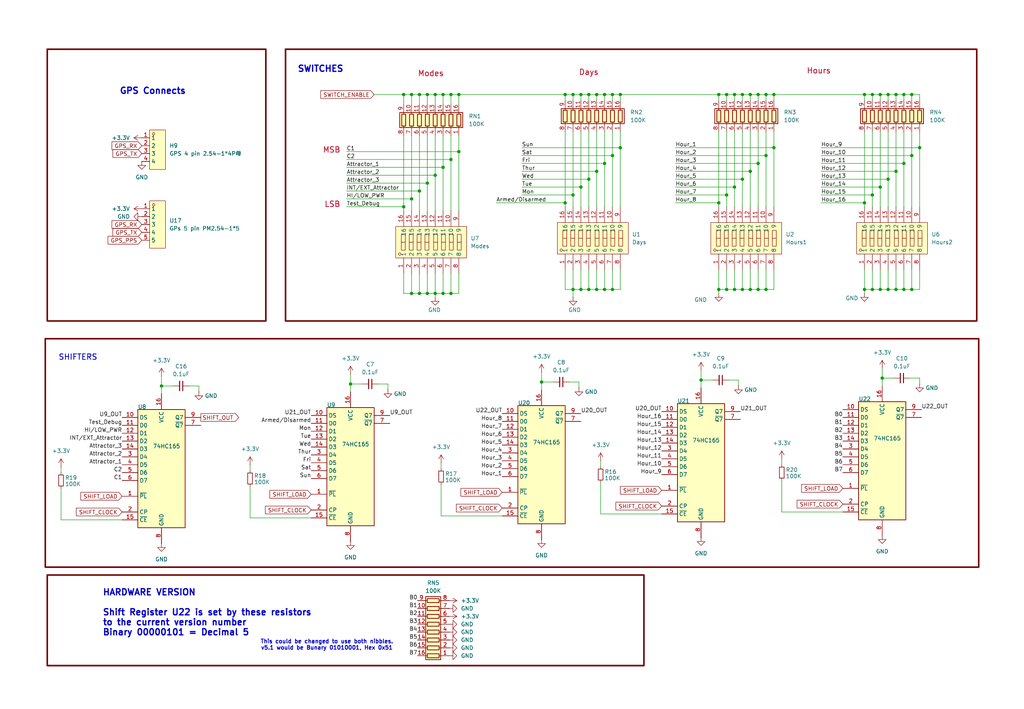
<source format=kicad_sch>
(kicad_sch (version 20250114) (generator "eeschema") (generator_version "9.0")
  (paper "User" 330.2 228.6)
  (lib_symbols
    (symbol "74xx:74HC165"
      (property "Reference" "U" (at -7.62 19.05 0))
      (property "Value" "74HC165" (at -7.62 -21.59 0))
      (symbol "74HC165_1_0"
        (pin input line (at -12.7 15.24 0) (length 5.08) (name "DS") (number "10"))
        (pin input line (at -12.7 12.7 0) (length 5.08) (name "D0") (number "11"))
        (pin input line (at -12.7 10.16 0) (length 5.08) (name "D1") (number "12"))
        (pin input line (at -12.7 7.62 0) (length 5.08) (name "D2") (number "13"))
        (pin input line (at -12.7 5.08 0) (length 5.08) (name "D3") (number "14"))
        (pin input line (at -12.7 2.54 0) (length 5.08) (name "D4") (number "3"))
        (pin input line (at -12.7 0 0) (length 5.08) (name "D5") (number "4"))
        (pin input line (at -12.7 -2.54 0) (length 5.08) (name "D6") (number "5"))
        (pin input line (at -12.7 -5.08 0) (length 5.08) (name "D7") (number "6"))
        (pin input line (at -12.7 -10.16 0) (length 5.08) (name "~{PL}") (number "1"))
        (pin input line (at -12.7 -15.24 0) (length 5.08) (name "CP") (number "2"))
        (pin input line (at -12.7 -17.78 0) (length 5.08) (name "~{CE}") (number "15"))
        (pin power_in line (at 0 22.86 270) (length 5.08) (name "VCC") (number "16"))
        (pin power_in line (at 0 -25.4 90) (length 5.08) (name "GND") (number "8"))
        (pin output line (at 12.7 15.24 180) (length 5.08) (name "Q7") (number "9"))
        (pin output line (at 12.7 12.7 180) (length 5.08) (name "~{Q7}") (number "7"))
      )
      (symbol "74HC165_1_1"
        (rectangle (start -7.62 17.78) (end 7.62 -20.32) (stroke (width 0.254)) (fill (type background)))
      )
    )
    (symbol "Device:C_Small" (pin_numbers (hide yes)) (pin_names (offset 0.254) (hide yes))
      (property "Reference" "C" (at 0.254 1.778 0))
      (property "Value" "C_Small" (at 0.254 -2.032 0))
      (symbol "C_Small_0_1"
        (polyline (pts (xy -1.524 0.508) (xy 1.524 0.508)) (stroke (width 0.3048)))
        (polyline (pts (xy -1.524 -0.508) (xy 1.524 -0.508)) (stroke (width 0.3302)))
      )
      (symbol "C_Small_1_1"
        (pin passive line (at 0 2.54 270) (length 2.032) (name "~") (number "1"))
        (pin passive line (at 0 -2.54 90) (length 2.032) (name "~") (number "2"))
      )
    )
    (symbol "Device:R_Pack08" (pin_names (offset 0) (hide yes))
      (property "Reference" "RN" (at -12.7 0 90))
      (property "Value" "R_Pack08" (at 10.16 0 90))
      (symbol "R_Pack08_0_1"
        (rectangle (start -11.43 -2.413) (end 8.89 2.413) (stroke (width 0.254)) (fill (type background)))
        (rectangle (start -10.795 1.905) (end -9.525 -1.905) (stroke (width 0.254)))
        (polyline (pts (xy -10.16 1.905) (xy -10.16 2.54)))
        (polyline (pts (xy -10.16 -2.54) (xy -10.16 -1.905)))
        (rectangle (start -8.255 1.905) (end -6.985 -1.905) (stroke (width 0.254)))
        (polyline (pts (xy -7.62 1.905) (xy -7.62 2.54)))
        (polyline (pts (xy -7.62 -2.54) (xy -7.62 -1.905)))
        (rectangle (start -5.715 1.905) (end -4.445 -1.905) (stroke (width 0.254)))
        (polyline (pts (xy -5.08 1.905) (xy -5.08 2.54)))
        (polyline (pts (xy -5.08 -2.54) (xy -5.08 -1.905)))
        (rectangle (start -3.175 1.905) (end -1.905 -1.905) (stroke (width 0.254)))
        (polyline (pts (xy -2.54 1.905) (xy -2.54 2.54)))
        (polyline (pts (xy -2.54 -2.54) (xy -2.54 -1.905)))
        (rectangle (start -0.635 1.905) (end 0.635 -1.905) (stroke (width 0.254)))
        (polyline (pts (xy 0 1.905) (xy 0 2.54)))
        (polyline (pts (xy 0 -2.54) (xy 0 -1.905)))
        (rectangle (start 1.905 1.905) (end 3.175 -1.905) (stroke (width 0.254)))
        (polyline (pts (xy 2.54 1.905) (xy 2.54 2.54)))
        (polyline (pts (xy 2.54 -2.54) (xy 2.54 -1.905)))
        (rectangle (start 4.445 1.905) (end 5.715 -1.905) (stroke (width 0.254)))
        (polyline (pts (xy 5.08 1.905) (xy 5.08 2.54)))
        (polyline (pts (xy 5.08 -2.54) (xy 5.08 -1.905)))
        (rectangle (start 6.985 1.905) (end 8.255 -1.905) (stroke (width 0.254)))
        (polyline (pts (xy 7.62 1.905) (xy 7.62 2.54)))
        (polyline (pts (xy 7.62 -2.54) (xy 7.62 -1.905)))
      )
      (symbol "R_Pack08_1_1"
        (pin passive line (at -10.16 5.08 270) (length 2.54) (name "R1.2") (number "16"))
        (pin passive line (at -10.16 -5.08 90) (length 2.54) (name "R1.1") (number "1"))
        (pin passive line (at -7.62 5.08 270) (length 2.54) (name "R2.2") (number "15"))
        (pin passive line (at -7.62 -5.08 90) (length 2.54) (name "R2.1") (number "2"))
        (pin passive line (at -5.08 5.08 270) (length 2.54) (name "R3.2") (number "14"))
        (pin passive line (at -5.08 -5.08 90) (length 2.54) (name "R3.1") (number "3"))
        (pin passive line (at -2.54 5.08 270) (length 2.54) (name "R4.2") (number "13"))
        (pin passive line (at -2.54 -5.08 90) (length 2.54) (name "R4.1") (number "4"))
        (pin passive line (at 0 5.08 270) (length 2.54) (name "R5.2") (number "12"))
        (pin passive line (at 0 -5.08 90) (length 2.54) (name "R5.1") (number "5"))
        (pin passive line (at 2.54 5.08 270) (length 2.54) (name "R6.2") (number "11"))
        (pin passive line (at 2.54 -5.08 90) (length 2.54) (name "R6.1") (number "6"))
        (pin passive line (at 5.08 5.08 270) (length 2.54) (name "R7.2") (number "10"))
        (pin passive line (at 5.08 -5.08 90) (length 2.54) (name "R7.1") (number "7"))
        (pin passive line (at 7.62 5.08 270) (length 2.54) (name "R8.2") (number "9"))
        (pin passive line (at 7.62 -5.08 90) (length 2.54) (name "R8.1") (number "8"))
      )
    )
    (symbol "Device:R_Small" (pin_numbers (hide yes)) (pin_names (offset 0.254) (hide yes))
      (property "Reference" "R" (at 0 0 90))
      (property "Value" "R_Small" (at 1.778 0 90))
      (symbol "R_Small_0_1"
        (rectangle (start -0.762 1.778) (end 0.762 -1.778) (stroke (width 0.2032)))
      )
      (symbol "R_Small_1_1"
        (pin passive line (at 0 2.54 270) (length 0.762) (name "~") (number "1"))
        (pin passive line (at 0 -2.54 90) (length 0.762) (name "~") (number "2"))
      )
    )
    (symbol "easyeda2kicad:2.54-1*4P母"
      (property "Reference" "H" (at 0 8.89 0))
      (property "Value" "2.54-1*4P母" (at 0 -8.89 0))
      (symbol "2.54-1*4P母_0_1"
        (rectangle (start -2.54 6.35) (end 2.54 -6.35) (fill (type background)))
        (circle (center -1.27 5.08) (radius 0.38))
        (pin unspecified line (at -5.08 3.81 0) (length 2.54) (name "1") (number "1"))
        (pin unspecified line (at -5.08 1.27 0) (length 2.54) (name "2") (number "2"))
        (pin unspecified line (at -5.08 -1.27 0) (length 2.54) (name "3") (number "3"))
        (pin unspecified line (at -5.08 -3.81 0) (length 2.54) (name "4") (number "4"))
      )
    )
    (symbol "easyeda2kicad:PM2.54-1*5"
      (property "Reference" "U" (at 0 10.16 0))
      (property "Value" "PM2.54-1*5" (at 0 -10.16 0))
      (symbol "PM2.54-1*5_0_1"
        (rectangle (start -2.54 7.62) (end 2.54 -7.62) (fill (type background)))
        (circle (center -1.27 6.35) (radius 0.38))
        (pin unspecified line (at -5.08 5.08 0) (length 2.54) (name "1") (number "1"))
        (pin unspecified line (at -5.08 2.54 0) (length 2.54) (name "2") (number "2"))
        (pin unspecified line (at -5.08 0 0) (length 2.54) (name "3") (number "3"))
        (pin unspecified line (at -5.08 -2.54 0) (length 2.54) (name "4") (number "4"))
        (pin unspecified line (at -5.08 -5.08 0) (length 2.54) (name "5") (number "5"))
      )
    )
    (symbol "easyeda2kicad:SMXS-08K-TP"
      (property "Reference" "SW" (at 0 15.24 0))
      (property "Value" "SMXS-08K-TP" (at 0 -15.24 0))
      (symbol "SMXS-08K-TP_0_1"
        (rectangle (start -12.7 5.08) (end 10.16 -5.08) (fill (type background)))
        (circle (center -11.43 -3.81) (radius 0.38))
        (rectangle (start -10.92 2.54) (end -9.65 -2.54) (fill (type background)))
        (polyline (pts (xy -10.92 0) (xy -9.65 0)))
        (rectangle (start -8.38 2.54) (end -7.11 -2.54) (fill (type background)))
        (polyline (pts (xy -8.38 0) (xy -7.11 0)))
        (rectangle (start -5.84 2.54) (end -4.57 -2.54) (fill (type background)))
        (polyline (pts (xy -5.84 0) (xy -4.57 0)))
        (rectangle (start -3.3 2.54) (end -2.03 -2.54) (fill (type background)))
        (polyline (pts (xy -3.3 0) (xy -2.03 0)))
        (rectangle (start -0.51 2.54) (end 0.76 -2.54) (fill (type background)))
        (polyline (pts (xy -0.51 0) (xy 0.76 0)))
        (rectangle (start 2.03 2.54) (end 3.3 -2.54) (fill (type background)))
        (polyline (pts (xy 2.03 0) (xy 3.3 0)))
        (rectangle (start 4.57 2.54) (end 5.84 -2.54) (fill (type background)))
        (polyline (pts (xy 4.57 0) (xy 5.84 0)))
        (rectangle (start 7.11 2.54) (end 8.38 -2.54) (fill (type background)))
        (polyline (pts (xy 7.11 0) (xy 8.38 0)))
        (pin unspecified line (at -10.16 10.16 270) (length 5.08) (name "16") (number "16"))
        (pin unspecified line (at -10.16 -10.16 90) (length 5.08) (name "1") (number "1"))
        (pin unspecified line (at -7.62 10.16 270) (length 5.08) (name "15") (number "15"))
        (pin unspecified line (at -7.62 -10.16 90) (length 5.08) (name "2") (number "2"))
        (pin unspecified line (at -5.08 10.16 270) (length 5.08) (name "14") (number "14"))
        (pin unspecified line (at -5.08 -10.16 90) (length 5.08) (name "3") (number "3"))
        (pin unspecified line (at -2.54 10.16 270) (length 5.08) (name "13") (number "13"))
        (pin unspecified line (at -2.54 -10.16 90) (length 5.08) (name "4") (number "4"))
        (pin unspecified line (at 0 10.16 270) (length 5.08) (name "12") (number "12"))
        (pin unspecified line (at 0 -10.16 90) (length 5.08) (name "5") (number "5"))
        (pin unspecified line (at 2.54 10.16 270) (length 5.08) (name "11") (number "11"))
        (pin unspecified line (at 2.54 -10.16 90) (length 5.08) (name "6") (number "6"))
        (pin unspecified line (at 5.08 10.16 270) (length 5.08) (name "10") (number "10"))
        (pin unspecified line (at 5.08 -10.16 90) (length 5.08) (name "7") (number "7"))
        (pin unspecified line (at 7.62 10.16 270) (length 5.08) (name "9") (number "9"))
        (pin unspecified line (at 7.62 -10.16 90) (length 5.08) (name "8") (number "8"))
      )
    )
    (symbol "power:+3.3V" (power) (pin_numbers (hide yes)) (pin_names (offset 0) (hide yes))
      (property "Value" "+3.3V" (at 0 3.556 0))
      (symbol "+3.3V_0_1"
        (polyline (pts (xy -0.762 1.27) (xy 0 2.54)))
        (polyline (pts (xy 0 2.54) (xy 0.762 1.27)))
        (polyline (pts (xy 0 0) (xy 0 2.54)))
      )
      (symbol "+3.3V_1_1"
        (pin power_in line (at 0 0 90) (length 0) (name "~") (number "1"))
      )
    )
    (symbol "power:GND" (power) (pin_numbers (hide yes)) (pin_names (offset 0) (hide yes))
      (property "Value" "GND" (at 0 -3.81 0))
      (symbol "GND_0_1"
        (polyline (pts (xy 0 0) (xy 0 -1.27) (xy 1.27 -1.27) (xy 0 -2.54) (xy -1.27 -1.27) (xy 0 -1.27)))
      )
      (symbol "GND_1_1"
        (pin power_in line (at 0 0 270) (length 0) (name "~") (number "1"))
      )
    )
  )
  (rectangle (start 92.075 15.875) (end 314.96 103.505) (stroke (width 0.508) (color 110 0 0 1)))
  (rectangle (start 14.605 109.22) (end 315.595 182.88) (stroke (width 0.508) (color 110 0 0 1)))
  (rectangle (start 15.24 185.42) (end 207.645 214.63) (stroke (width 0.508) (color 110 0 0 1)))
  (rectangle (start 15.24 15.875) (end 85.725 103.505) (stroke (width 0.508) (color 110 0 0 1)))
  (text "LSB" (at 107.188 66.04 0) (effects (font (size 1.778 1.778) (thickness 0.254) (bold yes))))
  (text "HARDWARE VERSION\n\nShift Register U22 is set by these resistors\nto the current version number\nBinary 00000101 = Decimal 5" (at 33.02 197.612 0) (effects (font (size 2 2) (thickness 0.4) (bold yes)) (justify left)))
  (text "SWITCHES" (at 103.378 22.352 0) (effects (font (size 2 2) (thickness 0.4) (bold yes))))
  (text "GPS Connects" (at 49.276 29.464 0) (effects (font (size 2 2) (thickness 0.4) (bold yes))))
  (text "MSB" (at 106.934 48.514 0) (effects (font (size 1.778 1.778) (thickness 0.254) (bold yes))))
  (text "Days" (at 189.865 23.495 0) (effects (font (size 1.778 1.778) (thickness 0.254) (bold yes))))
  (text "This could be changed to use both nibbles.\nv5.1 would be Bunary 01010001, Hex 0x51" (at 105.41 208.026 0) (effects (font (size 1.27 1.27) (thickness 0.254) (bold yes))))
  (text "Modes" (at 138.938 23.876 0) (effects (font (size 1.778 1.778) (thickness 0.254) (bold yes))))
  (text "SHIFTERS" (at 25.146 115.316 0) (effects (font (size 1.778 1.778) (thickness 0.254) (bold yes))))
  (text "Hours\n" (at 264.033 22.987 0) (effects (font (size 1.778 1.778) (thickness 0.254) (bold yes))))
  (junction (at 189.865 93.345))
  (junction (at 182.245 30.48))
  (junction (at 197.485 50.165))
  (junction (at 187.325 60.325))
  (junction (at 137.795 94.615))
  (junction (at 184.785 62.865))
  (junction (at 291.465 30.48))
  (junction (at 294.005 30.48))
  (junction (at 137.795 59.055))
  (junction (at 187.325 93.345))
  (junction (at 140.335 56.515))
  (junction (at 137.795 30.48))
  (junction (at 184.785 30.48))
  (junction (at 135.255 30.48))
  (junction (at 249.555 30.48))
  (junction (at 130.175 66.675))
  (junction (at 296.545 47.625))
  (junction (at 231.775 65.405))
  (junction (at 197.485 93.345))
  (junction (at 283.845 30.48))
  (junction (at 236.855 60.325))
  (junction (at 184.785 93.345))
  (junction (at 244.475 52.705))
  (junction (at 294.005 50.165))
  (junction (at 288.925 30.48))
  (junction (at 147.955 48.895))
  (junction (at 142.875 94.615))
  (junction (at 288.925 93.345))
  (junction (at 140.335 94.615))
  (junction (at 241.935 93.345))
  (junction (at 130.175 30.48))
  (junction (at 200.025 47.625))
  (junction (at 113.03 123.825))
  (junction (at 239.395 57.785))
  (junction (at 241.935 30.48))
  (junction (at 52.07 124.46))
  (junction (at 132.715 94.615))
  (junction (at 278.765 65.405))
  (junction (at 281.305 93.345))
  (junction (at 291.465 93.345))
  (junction (at 194.945 30.48))
  (junction (at 132.715 64.135))
  (junction (at 284.48 121.92))
  (junction (at 189.865 57.785))
  (junction (at 174.625 123.19))
  (junction (at 145.415 51.435))
  (junction (at 286.385 57.785))
  (junction (at 234.315 93.345))
  (junction (at 236.855 93.345))
  (junction (at 281.305 62.865))
  (junction (at 278.765 30.48))
  (junction (at 132.715 30.48))
  (junction (at 244.475 30.48))
  (junction (at 239.395 30.48))
  (junction (at 142.875 53.975))
  (junction (at 192.405 93.345))
  (junction (at 145.415 94.615))
  (junction (at 194.945 93.345))
  (junction (at 194.945 52.705))
  (junction (at 249.555 47.625))
  (junction (at 241.935 55.245))
  (junction (at 244.475 93.345))
  (junction (at 247.015 93.345))
  (junction (at 291.465 52.705))
  (junction (at 147.955 30.48))
  (junction (at 283.845 93.345))
  (junction (at 281.305 30.48))
  (junction (at 294.005 93.345))
  (junction (at 286.385 93.345))
  (junction (at 278.765 93.345))
  (junction (at 182.245 65.405))
  (junction (at 226.06 122.555))
  (junction (at 142.875 30.48))
  (junction (at 286.385 30.48))
  (junction (at 197.485 30.48))
  (junction (at 288.925 55.245))
  (junction (at 236.855 30.48))
  (junction (at 145.415 30.48))
  (junction (at 200.025 30.48))
  (junction (at 234.315 62.865))
  (junction (at 247.015 30.48))
  (junction (at 187.325 30.48))
  (junction (at 192.405 30.48))
  (junction (at 231.775 30.48))
  (junction (at 239.395 93.345))
  (junction (at 231.775 93.345))
  (junction (at 189.865 30.48))
  (junction (at 192.405 55.245))
  (junction (at 135.255 61.595))
  (junction (at 234.315 30.48))
  (junction (at 135.255 94.615))
  (junction (at 283.845 60.325))
  (junction (at 140.335 30.48))
  (junction (at 247.015 50.165))
  (wire (pts (xy 247.015 93.345) (xy 249.555 93.345)))
  (wire (pts (xy 286.385 93.345) (xy 283.845 93.345)))
  (wire (pts (xy 142.875 94.615) (xy 140.335 94.615)))
  (wire (pts (xy 217.805 52.705) (xy 244.475 52.705)))
  (wire (pts (xy 174.625 123.19) (xy 178.435 123.19)))
  (wire (pts (xy 247.015 50.165) (xy 247.015 42.545)))
  (wire (pts (xy 147.955 30.48) (xy 147.955 33.655)))
  (wire (pts (xy 182.245 30.48) (xy 184.785 30.48)))
  (wire (pts (xy 294.005 30.48) (xy 296.545 30.48)))
  (wire (pts (xy 249.555 30.48) (xy 249.555 32.385)))
  (wire (pts (xy 247.015 30.48) (xy 247.015 32.385)))
  (wire (pts (xy 130.175 94.615) (xy 132.715 94.615)))
  (wire (pts (xy 137.795 30.48) (xy 137.795 33.655)))
  (wire (pts (xy 217.805 57.785) (xy 239.395 57.785)))
  (wire (pts (xy 247.015 86.995) (xy 247.015 93.345)))
  (wire (pts (xy 186.69 123.19) (xy 186.69 125.095)))
  (wire (pts (xy 192.405 30.48) (xy 192.405 32.385)))
  (wire (pts (xy 281.305 30.48) (xy 281.305 32.385)))
  (wire (pts (xy 137.795 59.055) (xy 137.795 67.945)))
  (wire (pts (xy 140.335 56.515) (xy 140.335 43.815)))
  (wire (pts (xy 187.325 60.325) (xy 187.325 66.675)))
  (wire (pts (xy 145.415 30.48) (xy 145.415 33.655)))
  (wire (pts (xy 111.76 66.675) (xy 130.175 66.675)))
  (wire (pts (xy 294.005 50.165) (xy 294.005 66.675)))
  (wire (pts (xy 147.955 43.815) (xy 147.955 48.895)))
  (wire (pts (xy 231.775 30.48) (xy 234.315 30.48)))
  (wire (pts (xy 236.855 93.345) (xy 234.315 93.345)))
  (wire (pts (xy 284.48 121.92) (xy 288.29 121.92)))
  (wire (pts (xy 168.275 47.625) (xy 200.025 47.625)))
  (wire (pts (xy 288.925 55.245) (xy 288.925 66.675)))
  (wire (pts (xy 231.775 42.545) (xy 231.775 65.405)))
  (wire (pts (xy 283.845 60.325) (xy 283.845 66.675)))
  (wire (pts (xy 264.795 47.625) (xy 296.545 47.625)))
  (wire (pts (xy 264.795 57.785) (xy 286.385 57.785)))
  (wire (pts (xy 291.465 86.995) (xy 291.465 93.345)))
  (wire (pts (xy 197.485 50.165) (xy 197.485 66.675)))
  (wire (pts (xy 234.315 30.48) (xy 236.855 30.48)))
  (wire (pts (xy 236.855 60.325) (xy 236.855 66.675)))
  (wire (pts (xy 234.315 86.995) (xy 234.315 93.345)))
  (wire (pts (xy 283.845 93.345) (xy 281.305 93.345)))
  (wire (pts (xy 168.275 60.325) (xy 187.325 60.325)))
  (wire (pts (xy 184.785 93.345) (xy 184.785 95.885)))
  (wire (pts (xy 113.03 123.825) (xy 116.84 123.825)))
  (wire (pts (xy 247.015 50.165) (xy 247.015 66.675)))
  (wire (pts (xy 135.255 30.48) (xy 137.795 30.48)))
  (wire (pts (xy 213.36 165.735) (xy 193.675 165.735)))
  (wire (pts (xy 217.805 65.405) (xy 231.775 65.405)))
  (wire (pts (xy 137.795 59.055) (xy 137.795 43.815)))
  (wire (pts (xy 291.465 52.705) (xy 291.465 42.545)))
  (wire (pts (xy 147.955 30.48) (xy 182.245 30.48)))
  (wire (pts (xy 241.935 93.345) (xy 239.395 93.345)))
  (wire (pts (xy 130.175 66.675) (xy 130.175 67.945)))
  (wire (pts (xy 288.925 86.995) (xy 288.925 93.345)))
  (wire (pts (xy 249.555 86.995) (xy 249.555 93.345)))
  (wire (pts (xy 142.24 156.21) (xy 142.24 166.37)))
  (wire (pts (xy 281.305 30.48) (xy 283.845 30.48)))
  (wire (pts (xy 247.015 93.345) (xy 244.475 93.345)))
  (wire (pts (xy 264.795 55.245) (xy 288.925 55.245)))
  (wire (pts (xy 278.765 65.405) (xy 278.765 66.675)))
  (wire (pts (xy 140.335 30.48) (xy 142.875 30.48)))
  (wire (pts (xy 291.465 93.345) (xy 288.925 93.345)))
  (wire (pts (xy 182.245 86.995) (xy 182.245 93.345)))
  (wire (pts (xy 194.945 86.995) (xy 194.945 93.345)))
  (wire (pts (xy 111.76 51.435) (xy 145.415 51.435)))
  (wire (pts (xy 145.415 51.435) (xy 145.415 43.815)))
  (wire (pts (xy 189.865 30.48) (xy 192.405 30.48)))
  (wire (pts (xy 296.545 30.48) (xy 296.545 32.385)))
  (wire (pts (xy 244.475 86.995) (xy 244.475 93.345)))
  (wire (pts (xy 244.475 30.48) (xy 247.015 30.48)))
  (wire (pts (xy 135.255 61.595) (xy 135.255 43.815)))
  (wire (pts (xy 244.475 52.705) (xy 244.475 66.675)))
  (wire (pts (xy 52.07 124.46) (xy 55.88 124.46)))
  (wire (pts (xy 239.395 57.785) (xy 239.395 42.545)))
  (wire (pts (xy 296.545 47.625) (xy 296.545 66.675)))
  (wire (pts (xy 197.485 30.48) (xy 200.025 30.48)))
  (wire (pts (xy 241.935 55.245) (xy 241.935 42.545)))
  (wire (pts (xy 283.845 86.995) (xy 283.845 93.345)))
  (wire (pts (xy 125.095 123.825) (xy 125.095 125.73)))
  (wire (pts (xy 194.945 30.48) (xy 194.945 32.385)))
  (wire (pts (xy 145.415 30.48) (xy 147.955 30.48)))
  (wire (pts (xy 132.715 94.615) (xy 135.255 94.615)))
  (wire (pts (xy 184.785 30.48) (xy 184.785 32.385)))
  (wire (pts (xy 234.315 30.48) (xy 234.315 32.385)))
  (wire (pts (xy 241.935 30.48) (xy 244.475 30.48)))
  (wire (pts (xy 192.405 30.48) (xy 194.945 30.48)))
  (wire (pts (xy 200.025 42.545) (xy 200.025 47.625)))
  (wire (pts (xy 132.715 88.265) (xy 132.715 94.615)))
  (wire (pts (xy 226.06 119.38) (xy 226.06 122.555)))
  (wire (pts (xy 183.515 123.19) (xy 186.69 123.19)))
  (wire (pts (xy 194.945 30.48) (xy 197.485 30.48)))
  (wire (pts (xy 192.405 86.995) (xy 192.405 93.345)))
  (wire (pts (xy 249.555 42.545) (xy 249.555 47.625)))
  (wire (pts (xy 217.805 60.325) (xy 236.855 60.325)))
  (wire (pts (xy 286.385 57.785) (xy 286.385 42.545)))
  (wire (pts (xy 64.135 124.46) (xy 64.135 126.365)))
  (wire (pts (xy 120.65 30.48) (xy 130.175 30.48)))
  (wire (pts (xy 187.325 86.995) (xy 187.325 93.345)))
  (wire (pts (xy 197.485 86.995) (xy 197.485 93.345)))
  (wire (pts (xy 200.025 47.625) (xy 200.025 66.675)))
  (wire (pts (xy 137.795 94.615) (xy 140.335 94.615)))
  (wire (pts (xy 147.955 48.895) (xy 147.955 67.945)))
  (wire (pts (xy 236.855 30.48) (xy 236.855 32.385)))
  (wire (pts (xy 284.48 118.745) (xy 284.48 121.92)))
  (wire (pts (xy 264.795 50.165) (xy 294.005 50.165)))
  (wire (pts (xy 281.305 62.865) (xy 281.305 66.675)))
  (wire (pts (xy 278.765 86.995) (xy 278.765 93.345)))
  (wire (pts (xy 192.405 55.245) (xy 192.405 42.545)))
  (wire (pts (xy 100.33 167.005) (xy 80.645 167.005)))
  (wire (pts (xy 168.275 57.785) (xy 189.865 57.785)))
  (wire (pts (xy 193.675 148.59) (xy 193.675 150.495)))
  (wire (pts (xy 184.785 30.48) (xy 187.325 30.48)))
  (wire (pts (xy 111.76 56.515) (xy 140.335 56.515)))
  (wire (pts (xy 161.925 166.37) (xy 142.24 166.37)))
  (wire (pts (xy 145.415 94.615) (xy 142.875 94.615)))
  (wire (pts (xy 247.015 30.48) (xy 249.555 30.48)))
  (wire (pts (xy 132.715 64.135) (xy 132.715 43.815)))
  (wire (pts (xy 217.805 62.865) (xy 234.315 62.865)))
  (wire (pts (xy 231.775 65.405) (xy 231.775 66.675)))
  (wire (pts (xy 239.395 86.995) (xy 239.395 93.345)))
  (wire (pts (xy 147.955 88.265) (xy 147.955 94.615)))
  (wire (pts (xy 197.485 50.165) (xy 197.485 42.545)))
  (wire (pts (xy 234.95 122.555) (xy 238.125 122.555)))
  (wire (pts (xy 234.315 62.865) (xy 234.315 42.545)))
  (wire (pts (xy 19.685 150.495) (xy 19.685 152.4)))
  (wire (pts (xy 288.925 30.48) (xy 288.925 32.385)))
  (wire (pts (xy 142.875 53.975) (xy 142.875 67.945)))
  (wire (pts (xy 189.865 57.785) (xy 189.865 42.545)))
  (wire (pts (xy 135.255 61.595) (xy 135.255 67.945)))
  (wire (pts (xy 160.02 65.405) (xy 182.245 65.405)))
  (wire (pts (xy 234.315 93.345) (xy 231.775 93.345)))
  (wire (pts (xy 200.025 93.345) (xy 197.485 93.345)))
  (wire (pts (xy 239.395 30.48) (xy 239.395 32.385)))
  (wire (pts (xy 52.07 121.285) (xy 52.07 124.46)))
  (wire (pts (xy 241.935 55.245) (xy 241.935 66.675)))
  (wire (pts (xy 291.465 30.48) (xy 291.465 32.385)))
  (wire (pts (xy 142.875 88.265) (xy 142.875 94.615)))
  (wire (pts (xy 182.245 93.345) (xy 184.785 93.345)))
  (wire (pts (xy 145.415 88.265) (xy 145.415 94.615)))
  (wire (pts (xy 130.175 43.815) (xy 130.175 66.675)))
  (wire (pts (xy 111.76 59.055) (xy 137.795 59.055)))
  (wire (pts (xy 294.005 93.345) (xy 294.005 86.995)))
  (wire (pts (xy 278.765 42.545) (xy 278.765 65.405)))
  (wire (pts (xy 236.855 60.325) (xy 236.855 42.545)))
  (wire (pts (xy 60.96 124.46) (xy 64.135 124.46)))
  (wire (pts (xy 264.795 60.325) (xy 283.845 60.325)))
  (wire (pts (xy 197.485 93.345) (xy 194.945 93.345)))
  (wire (pts (xy 184.785 62.865) (xy 184.785 66.675)))
  (wire (pts (xy 286.385 57.785) (xy 286.385 66.675)))
  (wire (pts (xy 174.625 123.19) (xy 174.625 125.73)))
  (wire (pts (xy 187.325 30.48) (xy 189.865 30.48)))
  (wire (pts (xy 294.005 50.165) (xy 294.005 42.545)))
  (wire (pts (xy 135.255 88.265) (xy 135.255 94.615)))
  (wire (pts (xy 189.865 93.345) (xy 187.325 93.345)))
  (wire (pts (xy 241.935 86.995) (xy 241.935 93.345)))
  (wire (pts (xy 294.005 93.345) (xy 296.545 93.345)))
  (wire (pts (xy 271.78 165.1) (xy 252.095 165.1)))
  (wire (pts (xy 231.775 93.345) (xy 231.775 94.615)))
  (wire (pts (xy 226.06 122.555) (xy 229.87 122.555)))
  (wire (pts (xy 249.555 30.48) (xy 278.765 30.48)))
  (wire (pts (xy 174.625 120.015) (xy 174.625 123.19)))
  (wire (pts (xy 130.175 88.265) (xy 130.175 94.615)))
  (wire (pts (xy 137.795 30.48) (xy 140.335 30.48)))
  (wire (pts (xy 147.955 94.615) (xy 145.415 94.615)))
  (wire (pts (xy 252.095 147.955) (xy 252.095 149.86)))
  (wire (pts (xy 239.395 30.48) (xy 241.935 30.48)))
  (wire (pts (xy 111.76 48.895) (xy 147.955 48.895)))
  (wire (pts (xy 236.855 86.995) (xy 236.855 93.345)))
  (wire (pts (xy 137.795 88.265) (xy 137.795 94.615)))
  (wire (pts (xy 281.305 93.345) (xy 278.765 93.345)))
  (wire (pts (xy 80.645 149.86) (xy 80.645 151.765)))
  (wire (pts (xy 189.865 57.785) (xy 189.865 66.675)))
  (wire (pts (xy 252.095 154.94) (xy 252.095 165.1)))
  (wire (pts (xy 113.03 120.65) (xy 113.03 123.825)))
  (wire (pts (xy 283.845 60.325) (xy 283.845 42.545)))
  (wire (pts (xy 182.245 30.48) (xy 182.245 32.385)))
  (wire (pts (xy 189.865 86.995) (xy 189.865 93.345)))
  (wire (pts (xy 39.37 167.64) (xy 19.685 167.64)))
  (wire (pts (xy 168.275 50.165) (xy 197.485 50.165)))
  (wire (pts (xy 249.555 47.625) (xy 249.555 66.675)))
  (wire (pts (xy 130.175 33.655) (xy 130.175 30.48)))
  (wire (pts (xy 231.775 86.995) (xy 231.775 93.345)))
  (wire (pts (xy 182.245 65.405) (xy 182.245 66.675)))
  (wire (pts (xy 130.175 30.48) (xy 132.715 30.48)))
  (wire (pts (xy 241.935 30.48) (xy 241.935 32.385)))
  (wire (pts (xy 239.395 93.345) (xy 236.855 93.345)))
  (wire (pts (xy 140.335 56.515) (xy 140.335 67.945)))
  (wire (pts (xy 281.305 86.995) (xy 281.305 93.345)))
  (wire (pts (xy 296.545 121.92) (xy 296.545 123.825)))
  (wire (pts (xy 168.275 55.245) (xy 192.405 55.245)))
  (wire (pts (xy 168.275 62.865) (xy 184.785 62.865)))
  (wire (pts (xy 187.325 30.48) (xy 187.325 32.385)))
  (wire (pts (xy 244.475 30.48) (xy 244.475 32.385)))
  (wire (pts (xy 52.07 124.46) (xy 52.07 127)))
  (wire (pts (xy 217.805 47.625) (xy 249.555 47.625)))
  (wire (pts (xy 132.715 30.48) (xy 135.255 30.48)))
  (wire (pts (xy 113.03 123.825) (xy 113.03 126.365)))
  (wire (pts (xy 140.335 30.48) (xy 140.335 33.655)))
  (wire (pts (xy 244.475 93.345) (xy 241.935 93.345)))
  (wire (pts (xy 293.37 121.92) (xy 296.545 121.92)))
  (wire (pts (xy 283.845 30.48) (xy 286.385 30.48)))
  (wire (pts (xy 142.875 53.975) (xy 142.875 43.815)))
  (wire (pts (xy 296.545 42.545) (xy 296.545 47.625)))
  (wire (pts (xy 121.92 123.825) (xy 125.095 123.825)))
  (wire (pts (xy 226.06 122.555) (xy 226.06 125.095)))
  (wire (pts (xy 192.405 93.345) (xy 189.865 93.345)))
  (wire (pts (xy 111.76 61.595) (xy 135.255 61.595)))
  (wire (pts (xy 291.465 93.345) (xy 294.005 93.345)))
  (wire (pts (xy 200.025 86.995) (xy 200.025 93.345)))
  (wire (pts (xy 132.715 64.135) (xy 132.715 67.945)))
  (wire (pts (xy 187.325 93.345) (xy 184.785 93.345)))
  (wire (pts (xy 217.805 50.165) (xy 247.015 50.165)))
  (wire (pts (xy 19.685 157.48) (xy 19.685 167.64)))
  (wire (pts (xy 294.005 30.48) (xy 294.005 32.385)))
  (wire (pts (xy 283.845 30.48) (xy 283.845 32.385)))
  (wire (pts (xy 231.775 30.48) (xy 231.775 32.385)))
  (wire (pts (xy 194.945 52.705) (xy 194.945 66.675)))
  (wire (pts (xy 236.855 30.48) (xy 239.395 30.48)))
  (wire (pts (xy 184.785 86.995) (xy 184.785 93.345)))
  (wire (pts (xy 244.475 52.705) (xy 244.475 42.545)))
  (wire (pts (xy 286.385 30.48) (xy 288.925 30.48)))
  (wire (pts (xy 234.315 62.865) (xy 234.315 66.675)))
  (wire (pts (xy 142.24 149.225) (xy 142.24 151.13)))
  (wire (pts (xy 135.255 30.48) (xy 135.255 33.655)))
  (wire (pts (xy 192.405 55.245) (xy 192.405 66.675)))
  (wire (pts (xy 193.675 155.575) (xy 193.675 165.735)))
  (wire (pts (xy 291.465 30.48) (xy 294.005 30.48)))
  (wire (pts (xy 194.945 93.345) (xy 192.405 93.345)))
  (wire (pts (xy 168.275 52.705) (xy 194.945 52.705)))
  (wire (pts (xy 281.305 62.865) (xy 281.305 42.545)))
  (wire (pts (xy 197.485 30.48) (xy 197.485 32.385)))
  (wire (pts (xy 111.76 53.975) (xy 142.875 53.975)))
  (wire (pts (xy 187.325 60.325) (xy 187.325 42.545)))
  (wire (pts (xy 184.785 62.865) (xy 184.785 42.545)))
  (wire (pts (xy 239.395 57.785) (xy 239.395 66.675)))
  (wire (pts (xy 145.415 51.435) (xy 145.415 67.945)))
  (wire (pts (xy 142.875 30.48) (xy 142.875 33.655)))
  (wire (pts (xy 217.805 55.245) (xy 241.935 55.245)))
  (wire (pts (xy 288.925 30.48) (xy 291.465 30.48)))
  (wire (pts (xy 111.76 64.135) (xy 132.715 64.135)))
  (wire (pts (xy 200.025 30.48) (xy 200.025 32.385)))
  (wire (pts (xy 291.465 52.705) (xy 291.465 66.675)))
  (wire (pts (xy 288.925 55.245) (xy 288.925 42.545)))
  (wire (pts (xy 132.715 30.48) (xy 132.715 33.655)))
  (wire (pts (xy 278.765 30.48) (xy 278.765 32.385)))
  (wire (pts (xy 296.545 93.345) (xy 296.545 86.995)))
  (wire (pts (xy 194.945 52.705) (xy 194.945 42.545)))
  (wire (pts (xy 264.795 52.705) (xy 291.465 52.705)))
  (wire (pts (xy 140.335 94.615) (xy 140.335 95.885)))
  (wire (pts (xy 264.795 62.865) (xy 281.305 62.865)))
  (wire (pts (xy 278.765 93.345) (xy 278.765 94.615)))
  (wire (pts (xy 140.335 88.265) (xy 140.335 94.615)))
  (wire (pts (xy 286.385 86.995) (xy 286.385 93.345)))
  (wire (pts (xy 286.385 30.48) (xy 286.385 32.385)))
  (wire (pts (xy 135.255 94.615) (xy 137.795 94.615)))
  (wire (pts (xy 80.645 156.845) (xy 80.645 167.005)))
  (wire (pts (xy 142.875 30.48) (xy 145.415 30.48)))
  (wire (pts (xy 200.025 30.48) (xy 231.775 30.48)))
  (wire (pts (xy 284.48 121.92) (xy 284.48 124.46)))
  (wire (pts (xy 238.125 122.555) (xy 238.125 124.46)))
  (wire (pts (xy 182.245 42.545) (xy 182.245 65.405)))
  (wire (pts (xy 189.865 30.48) (xy 189.865 32.385)))
  (wire (pts (xy 288.925 93.345) (xy 286.385 93.345)))
  (wire (pts (xy 278.765 30.48) (xy 281.305 30.48)))
  (wire (pts (xy 264.795 65.405) (xy 278.765 65.405)))
  (label "Tue" (at 168.275 60.325 0))
  (label "Mon" (at 168.275 62.865 0))
  (label "Attractor_2" (at 39.37 147.32 180))
  (label "B0" (at 271.78 134.62 180))
  (label "B4" (at 271.78 144.78 180))
  (label "U22_OUT" (at 297.18 132.08 0))
  (label "Hour_4" (at 217.805 55.245 0))
  (label "Hour_9" (at 264.795 47.625 0))
  (label "INT{slash}EXT_Attractor" (at 39.37 142.24 180))
  (label "Thur" (at 168.275 55.245 0))
  (label "B7" (at 271.78 152.4 180))
  (label "C2" (at 39.37 152.4 180))
  (label "Hour_12" (at 213.36 145.415 180))
  (label "Hour_2" (at 161.925 151.13 180))
  (label "Hour_11" (at 213.36 147.955 180))
  (label "B0" (at 134.62 193.675 180))
  (label "Mon" (at 100.33 139.065 180))
  (label "Hour_5" (at 161.925 143.51 180))
  (label "Hour_8" (at 161.925 135.89 180))
  (label "Hour_14" (at 213.36 140.335 180))
  (label "Sun" (at 100.33 154.305 180))
  (label "Hour_15" (at 213.36 137.795 180))
  (label "Wed" (at 168.275 57.785 0))
  (label "Hour_2" (at 217.805 50.165 0))
  (label "U20_OUT" (at 187.325 133.35 0))
  (label "B6" (at 271.78 149.86 180))
  (label "U21_OUT" (at 238.76 132.715 0))
  (label "B2" (at 134.62 198.755 180))
  (label "B1" (at 271.78 137.16 180))
  (label "Test_Debug" (at 39.37 137.16 180))
  (label "Hour_16" (at 264.795 65.405 0))
  (label "B4" (at 134.62 203.835 180))
  (label "B5" (at 134.62 206.375 180))
  (label "Hour_16" (at 213.36 135.255 180))
  (label "Hour_7" (at 161.925 138.43 180))
  (label "INT{slash}EXT_Attractor" (at 111.76 61.595 0))
  (label "B1" (at 134.62 196.215 180))
  (label "C1" (at 111.76 48.895 0))
  (label "C2" (at 111.76 51.435 0))
  (label "Hour_6" (at 217.805 60.325 0))
  (label "Hour_8" (at 217.805 65.405 0))
  (label "Hour_12" (at 264.795 55.245 0))
  (label "Sun" (at 168.275 47.625 0))
  (label "HI{slash}LOW_PWR" (at 111.76 64.135 0))
  (label "U20_OUT" (at 213.36 132.715 180))
  (label "C1" (at 39.37 154.94 180))
  (label "Hour_7" (at 217.805 62.865 0))
  (label "Armed{slash}Disarmed" (at 160.02 65.405 0))
  (label "Hour_15" (at 264.795 62.865 0))
  (label "Hour_13" (at 264.795 57.785 0))
  (label "U22_OUT" (at 161.925 133.35 180))
  (label "B3" (at 271.78 142.24 180))
  (label "B5" (at 271.78 147.32 180))
  (label "Hour_10" (at 213.36 150.495 180))
  (label "Sat" (at 168.275 50.165 0))
  (label "Hour_10" (at 264.795 50.165 0))
  (label "Attractor_1" (at 111.76 53.975 0))
  (label "Hour_13" (at 213.36 142.875 180))
  (label "U9_OUT" (at 39.37 134.62 180))
  (label "Fri" (at 100.33 149.225 180))
  (label "Hour_1" (at 161.925 153.67 180))
  (label "U9_OUT" (at 125.73 133.985 0))
  (label "Attractor_2" (at 111.76 56.515 0))
  (label "Tue" (at 100.33 141.605 180))
  (label "Hour_5" (at 217.805 57.785 0))
  (label "B6" (at 134.62 208.915 180))
  (label "Thur" (at 100.33 146.685 180))
  (label "Wed" (at 100.33 144.145 180))
  (label "Armed{slash}Disarmed" (at 100.33 136.525 180))
  (label "HI{slash}LOW_PWR" (at 39.37 139.7 180))
  (label "Hour_9" (at 213.36 153.035 180))
  (label "Test_Debug" (at 111.76 66.675 0))
  (label "Attractor_3" (at 39.37 144.78 180))
  (label "U21_OUT" (at 100.33 133.985 180))
  (label "Hour_3" (at 161.925 148.59 180))
  (label "B3" (at 134.62 201.295 180))
  (label "Hour_11" (at 264.795 52.705 0))
  (label "B7" (at 134.62 211.455 180))
  (label "Attractor_3" (at 111.76 59.055 0))
  (label "Hour_14" (at 264.795 60.325 0))
  (label "Fri" (at 168.275 52.705 0))
  (label "B2" (at 271.78 139.7 180))
  (label "Hour_6" (at 161.925 140.97 180))
  (label "Attractor_1" (at 39.37 149.86 180))
  (label "Hour_4" (at 161.925 146.05 180))
  (label "Hour_1" (at 217.805 47.625 0))
  (label "Sat" (at 100.33 151.765 180))
  (label "Hour_3" (at 217.805 52.705 0))
  (global_label "GPS_TX" (shape input) (at 45.72 74.93 180) (property "Intersheetrefs" "${INTERSHEET_REFS}" (effects (hide yes))))
  (global_label "SHIFT_LOAD" (shape input) (at 213.36 158.115 180) (property "Intersheetrefs" "${INTERSHEET_REFS}" (effects (hide yes))))
  (global_label "GPS_RX" (shape input) (at 45.72 46.99 180) (property "Intersheetrefs" "${INTERSHEET_REFS}" (effects (hide yes))))
  (global_label "SHIFT_CLOCK" (shape input) (at 161.925 163.83 180) (property "Intersheetrefs" "${INTERSHEET_REFS}" (effects (hide yes))))
  (global_label "GPS_RX" (shape input) (at 45.72 72.39 180) (property "Intersheetrefs" "${INTERSHEET_REFS}" (effects (hide yes))))
  (global_label "SHIFT_CLOCK" (shape input) (at 39.37 165.1 180) (property "Intersheetrefs" "${INTERSHEET_REFS}" (effects (hide yes))))
  (global_label "SHIFT_LOAD" (shape input) (at 271.78 157.48 180) (property "Intersheetrefs" "${INTERSHEET_REFS}" (effects (hide yes))))
  (global_label "GPS_PPS" (shape input) (at 45.72 77.47 180) (property "Intersheetrefs" "${INTERSHEET_REFS}" (effects (hide yes))))
  (global_label "SHIFT_CLOCK" (shape input) (at 271.78 162.56 180) (property "Intersheetrefs" "${INTERSHEET_REFS}" (effects (hide yes))))
  (global_label "SHIFT_CLOCK" (shape input) (at 100.33 164.465 180) (property "Intersheetrefs" "${INTERSHEET_REFS}" (effects (hide yes))))
  (global_label "SHIFT_LOAD" (shape input) (at 39.37 160.02 180) (property "Intersheetrefs" "${INTERSHEET_REFS}" (effects (hide yes))))
  (global_label "SWITCH_ENABLE" (shape input) (at 120.65 30.48 180) (property "Intersheetrefs" "${INTERSHEET_REFS}" (effects (hide yes))))
  (global_label "GPS_TX" (shape input) (at 45.72 49.53 180) (property "Intersheetrefs" "${INTERSHEET_REFS}" (effects (hide yes))))
  (global_label "SHIFT_CLOCK" (shape input) (at 213.36 163.195 180) (property "Intersheetrefs" "${INTERSHEET_REFS}" (effects (hide yes))))
  (global_label "SHIFT_OUT" (shape output) (at 64.77 134.62 0) (property "Intersheetrefs" "${INTERSHEET_REFS}" (effects (hide yes))))
  (global_label "SHIFT_LOAD" (shape input) (at 100.33 159.385 180) (property "Intersheetrefs" "${INTERSHEET_REFS}" (effects (hide yes))))
  (global_label "SHIFT_LOAD" (shape input) (at 161.925 158.75 180) (property "Intersheetrefs" "${INTERSHEET_REFS}" (effects (hide yes))))
  (symbol (lib_id "power:+3.3V") (at 45.72 67.31 90) (unit 1)
    (property "Reference" "#PWR023" (effects (hide yes)))
    (property "Value" "+3.3V" (at 41.91 67.3099 90) (effects (justify left)))
    (property "Description" "Power symbol creates a global label with name \"+3.3V\"" (effects (hide yes)))
  )
  (symbol (lib_id "power:+3.3V") (at 193.675 148.59 0) (unit 1)
    (property "Reference" "#PWR034" (effects (hide yes)))
    (property "Value" "+3.3V" (at 193.675 143.51 0))
    (property "Description" "Power symbol creates a global label with name \"+3.3V\"" (effects (hide yes)))
  )
  (symbol (lib_id "power:+3.3V") (at 284.48 118.745 0) (unit 1)
    (property "Reference" "#PWR039" (effects (hide yes)))
    (property "Value" "+3.3V" (at 284.48 113.665 0))
    (property "Description" "Power symbol creates a global label with name \"+3.3V\"" (effects (hide yes)))
  )
  (symbol (lib_id "74xx:74HC165") (at 52.07 149.86 0) (unit 1)
    (property "Reference" "U8" (at 44.45 131.191 0) (effects (justify left)))
    (property "Value" "74HC165" (at 49.276 143.891 0) (effects (justify left)))
    (property "Footprint" "Package_SO:SOIC-16_3.9x9.9mm_P1.27mm" (effects (hide yes)))
    (property "Datasheet" "https://assets.nexperia.com/documents/data-sheet/74HC_HCT165.pdf" (effects (hide yes)))
    (property "Description" "Shift Register, 8-bit, Parallel Load" (effects (hide yes)))
    (property " URL" "https://jlcpcb.com/partdetail/Nexperia-74HC165D653/C5613" (effects (hide yes)))
  )
  (symbol (lib_id "power:GND") (at 186.69 125.095 0) (unit 1)
    (property "Reference" "#PWR030" (effects (hide yes)))
    (property "Value" "GND" (at 188.595 126.3649 0) (effects (justify left)))
    (property "Description" "Power symbol creates a global label with name \"GND\" , ground" (effects (hide yes)))
  )
  (symbol (lib_id "Device:R_Pack08") (at 137.795 38.735 0) (mirror y) (unit 1)
    (property "Reference" "RN1" (at 151.13 37.4649 0) (effects (justify right)))
    (property "Value" "100K" (at 151.13 40.0049 0) (effects (justify right)))
    (property "Footprint" "AQLibrary:16P8-R-Array" (effects (hide yes)))
    (property "Datasheet" "https://jlcpcb.com/partdetail/136915-16P8WGJ0104T4E/C125637" (effects (hide yes)))
    (property "Description" "8 resistor network, parallel topology" (effects (hide yes)))
  )
  (symbol (lib_id "easyeda2kicad:2.54-1*4P母") (at 50.8 48.26 0) (unit 1)
    (property "Reference" "H9" (at 54.61 46.9899 0) (effects (justify left)))
    (property "Value" "GPS 4 pin 2.54-1*4P母" (at 54.61 49.5299 0) (effects (justify left)))
    (property "Footprint" "AQLibrary:GPS4pin_HDR-TH_4P-P2.54-V-F" (effects (hide yes)))
    (property "LCSC Part" "C2718488" (effects (hide yes)))
  )
  (symbol (lib_id "power:GND") (at 238.125 124.46 0) (unit 1)
    (property "Reference" "#PWR033" (effects (hide yes)))
    (property "Value" "GND" (at 240.03 125.7299 0) (effects (justify left)))
    (property "Description" "Power symbol creates a global label with name \"GND\" , ground" (effects (hide yes)))
  )
  (symbol (lib_id "power:+3.3V") (at 80.645 149.86 0) (unit 1)
    (property "Reference" "#PWR036" (effects (hide yes)))
    (property "Value" "+3.3V" (at 80.645 144.78 0))
    (property "Description" "Power symbol creates a global label with name \"+3.3V\"" (effects (hide yes)))
  )
  (symbol (lib_id "power:GND") (at 231.775 94.615 0) (unit 1)
    (property "Reference" "#PWR071" (effects (hide yes)))
    (property "Value" "GND" (at 225.933 96.647 0))
    (property "Description" "Power symbol creates a global label with name \"GND\" , ground" (effects (hide yes)))
  )
  (symbol (lib_id "power:GND") (at 140.335 95.885 0) (unit 1)
    (property "Reference" "#PWR068" (effects (hide yes)))
    (property "Value" "GND" (at 140.081 99.949 0))
    (property "Description" "Power symbol creates a global label with name \"GND\" , ground" (effects (hide yes)))
  )
  (symbol (lib_id "power:+3.3V") (at 45.72 44.45 90) (unit 1)
    (property "Reference" "#PWR013" (effects (hide yes)))
    (property "Value" "+3.3V" (at 41.91 44.4499 90) (effects (justify left)))
    (property "Description" "Power symbol creates a global label with name \"+3.3V\"" (effects (hide yes)))
  )
  (symbol (lib_id "power:GND") (at 125.095 125.73 0) (unit 1)
    (property "Reference" "#PWR027" (effects (hide yes)))
    (property "Value" "GND" (at 127 126.9999 0) (effects (justify left)))
    (property "Description" "Power symbol creates a global label with name \"GND\" , ground" (effects (hide yes)))
  )
  (symbol (lib_id "power:+3.3V") (at 174.625 120.015 0) (unit 1)
    (property "Reference" "#PWR028" (effects (hide yes)))
    (property "Value" "+3.3V" (at 174.625 114.935 0))
    (property "Description" "Power symbol creates a global label with name \"+3.3V\"" (effects (hide yes)))
  )
  (symbol (lib_id "power:+3.3V") (at 142.24 149.225 0) (unit 1)
    (property "Reference" "#PWR035" (effects (hide yes)))
    (property "Value" "+3.3V" (at 142.24 144.145 0))
    (property "Description" "Power symbol creates a global label with name \"+3.3V\"" (effects (hide yes)))
  )
  (symbol (lib_id "power:GND") (at 144.78 203.835 90) (unit 1)
    (property "Reference" "#PWR044" (effects (hide yes)))
    (property "Value" "GND" (at 148.59 203.8349 90) (effects (justify right)))
    (property "Description" "Power symbol creates a global label with name \"GND\" , ground" (effects (hide yes)))
  )
  (symbol (lib_id "power:GND") (at 45.72 69.85 270) (unit 1)
    (property "Reference" "#PWR022" (effects (hide yes)))
    (property "Value" "GND" (at 41.91 69.8499 90) (effects (justify right)))
    (property "Description" "Power symbol creates a global label with name \"GND\" , ground" (effects (hide yes)))
  )
  (symbol (lib_id "power:GND") (at 144.78 211.455 90) (unit 1)
    (property "Reference" "#PWR047" (effects (hide yes)))
    (property "Value" "GND" (at 148.59 211.4549 90) (effects (justify right)))
    (property "Description" "Power symbol creates a global label with name \"GND\" , ground" (effects (hide yes)))
  )
  (symbol (lib_id "Device:C_Small") (at 58.42 124.46 270) (unit 1)
    (property "Reference" "C16" (at 58.4136 118.11 90))
    (property "Value" "0.1uF" (at 58.4136 120.65 90))
    (property "Footprint" "Capacitor_SMD:C_0805_2012Metric" (effects (hide yes)))
    (property "Description" "Unpolarized capacitor, small symbol" (effects (hide yes)))
    (property "Digikey Part No" "311-1140-2-ND" (effects (hide yes)))
    (property "LCSC Part no " "C49678" (effects (hide yes)))
  )
  (symbol (lib_id "power:+3.3V") (at 226.06 119.38 0) (unit 1)
    (property "Reference" "#PWR031" (effects (hide yes)))
    (property "Value" "+3.3V" (at 226.06 114.3 0))
    (property "Description" "Power symbol creates a global label with name \"+3.3V\"" (effects (hide yes)))
  )
  (symbol (lib_id "power:+3.3V") (at 252.095 147.955 0) (unit 1)
    (property "Reference" "#PWR038" (effects (hide yes)))
    (property "Value" "+3.3V" (at 252.095 142.875 0))
    (property "Description" "Power symbol creates a global label with name \"+3.3V\"" (effects (hide yes)))
  )
  (symbol (lib_id "power:GND") (at 64.135 126.365 0) (unit 1)
    (property "Reference" "#PWR061" (effects (hide yes)))
    (property "Value" "GND" (at 66.04 127.6349 0) (effects (justify left)))
    (property "Description" "Power symbol creates a global label with name \"GND\" , ground" (effects (hide yes)))
  )
  (symbol (lib_id "power:GND") (at 144.78 208.915 90) (unit 1)
    (property "Reference" "#PWR046" (effects (hide yes)))
    (property "Value" "GND" (at 148.59 208.9149 90) (effects (justify right)))
    (property "Description" "Power symbol creates a global label with name \"GND\" , ground" (effects (hide yes)))
  )
  (symbol (lib_id "power:GND") (at 52.07 175.26 0) (unit 1)
    (property "Reference" "#PWR059" (effects (hide yes)))
    (property "Value" "GND" (at 52.07 180.34 0))
    (property "Description" "Power symbol creates a global label with name \"GND\" , ground" (effects (hide yes)))
  )
  (symbol (lib_id "easyeda2kicad:SMXS-08K-TP") (at 288.925 76.835 0) (unit 1)
    (property "Reference" "U6" (at 300.355 75.5649 0) (effects (justify left)))
    (property "Value" "Hours2" (at 300.355 78.1049 0) (effects (justify left)))
    (property "Footprint" "easyeda2kicad:SW-SMD_SMXS-08K-TP" (effects (hide yes)))
    (property "LCSC Part" "C5439767" (effects (hide yes)))
  )
  (symbol (lib_id "easyeda2kicad:PM2.54-1*5") (at 50.8 72.39 0) (unit 1)
    (property "Reference" "U17" (at 54.61 71.1199 0) (effects (justify left)))
    (property "Value" "GPs 5 pin PM2.54-1*5" (at 54.61 73.6599 0) (effects (justify left)))
    (property "Footprint" "AQLibrary:GPS5pin_HDR-TH_5P-P2.54-V-F" (effects (hide yes)))
    (property "LCSC Part" "C5116488" (effects (hide yes)))
  )
  (symbol (lib_id "power:GND") (at 226.06 173.355 0) (unit 1)
    (property "Reference" "#PWR032" (effects (hide yes)))
    (property "Value" "GND" (at 226.06 178.435 0))
    (property "Description" "Power symbol creates a global label with name \"GND\" , ground" (effects (hide yes)))
  )
  (symbol (lib_id "Device:C_Small") (at 180.975 123.19 270) (unit 1)
    (property "Reference" "C8" (at 180.9686 116.84 90))
    (property "Value" "0.1uF" (at 180.9686 119.38 90))
    (property "Footprint" "Capacitor_SMD:C_0805_2012Metric" (effects (hide yes)))
    (property "Description" "Unpolarized capacitor, small symbol" (effects (hide yes)))
    (property "Digikey Part No" "311-1140-2-ND" (effects (hide yes)))
    (property "LCSC Part no " "C49678" (effects (hide yes)))
  )
  (symbol (lib_id "easyeda2kicad:SMXS-08K-TP") (at 140.335 78.105 0) (unit 1)
    (property "Reference" "U7" (at 151.765 76.8349 0) (effects (justify left)))
    (property "Value" "Modes" (at 151.765 79.3749 0) (effects (justify left)))
    (property "Footprint" "easyeda2kicad:SW-SMD_SMXS-08K-TP" (effects (hide yes)))
    (property "LCSC Part" "C5439767" (effects (hide yes)))
  )
  (symbol (lib_id "power:GND") (at 144.78 196.215 90) (unit 1)
    (property "Reference" "#PWR043" (effects (hide yes)))
    (property "Value" "GND" (at 148.59 196.2149 90) (effects (justify right)))
    (property "Description" "Power symbol creates a global label with name \"GND\" , ground" (effects (hide yes)))
  )
  (symbol (lib_id "power:+3.3V") (at 52.07 121.285 0) (unit 1)
    (property "Reference" "#PWR060" (effects (hide yes)))
    (property "Value" "+3.3V" (at 52.07 116.205 0))
    (property "Description" "Power symbol creates a global label with name \"+3.3V\"" (effects (hide yes)))
  )
  (symbol (lib_id "power:GND") (at 113.03 174.625 0) (unit 1)
    (property "Reference" "#PWR026" (effects (hide yes)))
    (property "Value" "GND" (at 113.03 179.705 0))
    (property "Description" "Power symbol creates a global label with name \"GND\" , ground" (effects (hide yes)))
  )
  (symbol (lib_id "Device:C_Small") (at 119.38 123.825 270) (unit 1)
    (property "Reference" "C7" (at 119.3736 117.475 90))
    (property "Value" "0.1uF" (at 119.3736 120.015 90))
    (property "Footprint" "Capacitor_SMD:C_0805_2012Metric" (effects (hide yes)))
    (property "Description" "Unpolarized capacitor, small symbol" (effects (hide yes)))
    (property "Digikey Part No" "311-1140-2-ND" (effects (hide yes)))
    (property "LCSC Part no " "C49678" (effects (hide yes)))
  )
  (symbol (lib_id "Device:C_Small") (at 290.83 121.92 270) (unit 1)
    (property "Reference" "C10" (at 290.8236 115.57 90))
    (property "Value" "0.1uF" (at 290.8236 118.11 90))
    (property "Footprint" "Capacitor_SMD:C_0805_2012Metric" (effects (hide yes)))
    (property "Description" "Unpolarized capacitor, small symbol" (effects (hide yes)))
    (property "Digikey Part No" "311-1140-2-ND" (effects (hide yes)))
    (property "LCSC Part no " "C49678" (effects (hide yes)))
  )
  (symbol (lib_id "power:GND") (at 296.545 123.825 0) (unit 1)
    (property "Reference" "#PWR041" (effects (hide yes)))
    (property "Value" "GND" (at 298.45 125.0949 0) (effects (justify left)))
    (property "Description" "Power symbol creates a global label with name \"GND\" , ground" (effects (hide yes)))
  )
  (symbol (lib_id "Device:C_Small") (at 232.41 122.555 270) (unit 1)
    (property "Reference" "C9" (at 232.4036 115.57 90))
    (property "Value" "0.1uF" (at 232.4036 118.11 90))
    (property "Footprint" "Capacitor_SMD:C_0805_2012Metric" (effects (hide yes)))
    (property "Description" "Unpolarized capacitor, small symbol" (effects (hide yes)))
    (property "Digikey Part No" "311-1140-2-ND" (effects (hide yes)))
    (property "LCSC Part no " "C49678" (effects (hide yes)))
  )
  (symbol (lib_id "Device:R_Small") (at 252.095 152.4 0) (unit 1)
    (property "Reference" "R20" (at 253.365 151.511 0) (effects (justify left)))
    (property "Value" "100K" (at 253.365 153.543 0) (effects (justify left)))
    (property "Footprint" "Resistor_SMD:R_0603_1608Metric" (effects (hide yes)))
    (property "Description" "Resistor, small symbol" (effects (hide yes)))
  )
  (symbol (lib_id "easyeda2kicad:SMXS-08K-TP") (at 241.935 76.835 0) (unit 1)
    (property "Reference" "U2" (at 253.365 75.5649 0) (effects (justify left)))
    (property "Value" "Hours1" (at 253.365 78.1049 0) (effects (justify left)))
    (property "Footprint" "easyeda2kicad:SW-SMD_SMXS-08K-TP" (effects (hide yes)))
    (property "LCSC Part" "C5439767" (effects (hide yes)))
  )
  (symbol (lib_id "Device:R_Small") (at 80.645 154.305 0) (unit 1)
    (property "Reference" "R18" (at 81.915 153.416 0) (effects (justify left)))
    (property "Value" "100K" (at 81.915 155.448 0) (effects (justify left)))
    (property "Footprint" "Resistor_SMD:R_0603_1608Metric" (effects (hide yes)))
    (property "Description" "Resistor, small symbol" (effects (hide yes)))
  )
  (symbol (lib_id "Device:R_Pack08") (at 286.385 37.465 0) (mirror y) (unit 1)
    (property "Reference" "RN4" (at 299.72 36.1949 0) (effects (justify right)))
    (property "Value" "100K" (at 299.72 38.7349 0) (effects (justify right)))
    (property "Footprint" "AQLibrary:16P8-R-Array" (effects (hide yes)))
    (property "Datasheet" "https://jlcpcb.com/partdetail/136915-16P8WGJ0104T4E/C125637" (effects (hide yes)))
    (property "Description" "8 resistor network, parallel topology" (effects (hide yes)))
  )
  (symbol (lib_id "easyeda2kicad:SMXS-08K-TP") (at 192.405 76.835 0) (unit 1)
    (property "Reference" "U1" (at 203.835 75.5649 0) (effects (justify left)))
    (property "Value" "Days" (at 203.835 78.1049 0) (effects (justify left)))
    (property "Footprint" "easyeda2kicad:SW-SMD_SMXS-08K-TP" (effects (hide yes)))
    (property "LCSC Part" "C5439767" (effects (hide yes)))
  )
  (symbol (lib_id "power:GND") (at 278.765 94.615 0) (unit 1)
    (property "Reference" "#PWR075" (effects (hide yes)))
    (property "Value" "GND" (at 274.701 96.139 0))
    (property "Description" "Power symbol creates a global label with name \"GND\" , ground" (effects (hide yes)))
  )
  (symbol (lib_id "Device:R_Pack08") (at 239.395 37.465 0) (mirror y) (unit 1)
    (property "Reference" "RN3" (at 252.73 36.1949 0) (effects (justify right)))
    (property "Value" "100K" (at 252.73 38.7349 0) (effects (justify right)))
    (property "Footprint" "AQLibrary:16P8-R-Array" (effects (hide yes)))
    (property "Datasheet" "https://jlcpcb.com/partdetail/136915-16P8WGJ0104T4E/C125637" (effects (hide yes)))
    (property "Description" "8 resistor network, parallel topology" (effects (hide yes)))
  )
  (symbol (lib_id "Device:R_Pack08") (at 139.7 201.295 90) (unit 1)
    (property "Reference" "RN5" (at 139.7 187.96 90))
    (property "Value" "100K" (at 139.7 190.5 90))
    (property "Footprint" "AQLibrary:16P8-R-Array" (effects (hide yes)))
    (property "Datasheet" "https://jlcpcb.com/partdetail/136915-16P8WGJ0104T4E/C125637" (effects (hide yes)))
    (property "Description" "8 resistor network, parallel topology" (effects (hide yes)))
  )
  (symbol (lib_id "Device:R_Pack08") (at 189.865 37.465 0) (mirror y) (unit 1)
    (property "Reference" "RN2" (at 203.2 36.1949 0) (effects (justify right)))
    (property "Value" "100K" (at 203.2 38.7349 0) (effects (justify right)))
    (property "Footprint" "AQLibrary:16P8-R-Array" (effects (hide yes)))
    (property "Datasheet" "https://jlcpcb.com/partdetail/136915-16P8WGJ0104T4E/C125637" (effects (hide yes)))
    (property "Description" "8 resistor network, parallel topology" (effects (hide yes)))
  )
  (symbol (lib_id "power:GND") (at 174.625 173.99 0) (unit 1)
    (property "Reference" "#PWR029" (effects (hide yes)))
    (property "Value" "GND" (at 174.625 179.07 0))
    (property "Description" "Power symbol creates a global label with name \"GND\" , ground" (effects (hide yes)))
  )
  (symbol (lib_id "power:+3.3V") (at 144.78 193.675 270) (unit 1)
    (property "Reference" "#PWR048" (effects (hide yes)))
    (property "Value" "+3.3V" (at 148.59 193.6749 90) (effects (justify left)))
    (property "Description" "Power symbol creates a global label with name \"+3.3V\"" (effects (hide yes)))
  )
  (symbol (lib_id "power:GND") (at 45.72 52.07 0) (unit 1)
    (property "Reference" "#PWR015" (effects (hide yes)))
    (property "Value" "GND" (at 45.72 57.15 0))
    (property "Description" "Power symbol creates a global label with name \"GND\" , ground" (effects (hide yes)))
  )
  (symbol (lib_id "power:GND") (at 284.48 172.72 0) (unit 1)
    (property "Reference" "#PWR040" (effects (hide yes)))
    (property "Value" "GND" (at 284.48 177.8 0))
    (property "Description" "Power symbol creates a global label with name \"GND\" , ground" (effects (hide yes)))
  )
  (symbol (lib_id "power:GND") (at 184.785 95.885 0) (unit 1)
    (property "Reference" "#PWR063" (effects (hide yes)))
    (property "Value" "GND" (at 185.293 99.949 0))
    (property "Description" "Power symbol creates a global label with name \"GND\" , ground" (effects (hide yes)))
  )
  (symbol (lib_id "74xx:74HC165") (at 284.48 147.32 0) (unit 1)
    (property "Reference" "U22" (at 276.86 128.651 0) (effects (justify left)))
    (property "Value" "74HC165" (at 281.686 141.351 0) (effects (justify left)))
    (property "Footprint" "Package_SO:SOIC-16_3.9x9.9mm_P1.27mm" (effects (hide yes)))
    (property "Datasheet" "https://assets.nexperia.com/documents/data-sheet/74HC_HCT165.pdf" (effects (hide yes)))
    (property "Description" "Shift Register, 8-bit, Parallel Load" (effects (hide yes)))
    (property "URL" "https://jlcpcb.com/partdetail/Nexperia-74HC165D653/C5613" (effects (hide yes)))
  )
  (symbol (lib_id "power:+3.3V") (at 19.685 150.495 0) (unit 1)
    (property "Reference" "#PWR037" (effects (hide yes)))
    (property "Value" "+3.3V" (at 19.685 145.415 0))
    (property "Description" "Power symbol creates a global label with name \"+3.3V\"" (effects (hide yes)))
  )
  (symbol (lib_id "Device:R_Small") (at 19.685 154.94 0) (unit 1)
    (property "Reference" "R19" (at 20.955 154.051 0) (effects (justify left)))
    (property "Value" "100K" (at 20.955 156.083 0) (effects (justify left)))
    (property "Footprint" "Resistor_SMD:R_0603_1608Metric" (effects (hide yes)))
    (property "Description" "Resistor, small symbol" (effects (hide yes)))
  )
  (symbol (lib_id "power:GND") (at 144.78 201.295 90) (unit 1)
    (property "Reference" "#PWR042" (effects (hide yes)))
    (property "Value" "GND" (at 148.59 201.2949 90) (effects (justify right)))
    (property "Description" "Power symbol creates a global label with name \"GND\" , ground" (effects (hide yes)))
  )
  (symbol (lib_id "power:GND") (at 144.78 206.375 90) (unit 1)
    (property "Reference" "#PWR045" (effects (hide yes)))
    (property "Value" "GND" (at 148.59 206.3749 90) (effects (justify right)))
    (property "Description" "Power symbol creates a global label with name \"GND\" , ground" (effects (hide yes)))
  )
  (symbol (lib_id "74xx:74HC165") (at 113.03 149.225 0) (unit 1)
    (property "Reference" "U9" (at 105.41 130.556 0) (effects (justify left)))
    (property "Value" "74HC165" (at 110.236 143.256 0) (effects (justify left)))
    (property "Footprint" "Package_SO:SOIC-16_3.9x9.9mm_P1.27mm" (effects (hide yes)))
    (property "Datasheet" "https://assets.nexperia.com/documents/data-sheet/74HC_HCT165.pdf" (effects (hide yes)))
    (property "Description" "Shift Register, 8-bit, Parallel Load" (effects (hide yes)))
    (property "URL" "https://jlcpcb.com/partdetail/Nexperia-74HC165D653/C5613" (effects (hide yes)))
  )
  (symbol (lib_id "74xx:74HC165") (at 174.625 148.59 0) (unit 1)
    (property "Reference" "U20" (at 167.005 129.921 0) (effects (justify left)))
    (property "Value" "74HC165" (at 171.831 142.621 0) (effects (justify left)))
    (property "Footprint" "Package_SO:SOIC-16_3.9x9.9mm_P1.27mm" (effects (hide yes)))
    (property "Datasheet" "https://assets.nexperia.com/documents/data-sheet/74HC_HCT165.pdf" (effects (hide yes)))
    (property "Description" "Shift Register, 8-bit, Parallel Load" (effects (hide yes)))
    (property "URL" "https://jlcpcb.com/partdetail/Nexperia-74HC165D653/C5613" (effects (hide yes)))
  )
  (symbol (lib_id "power:+3.3V") (at 144.78 198.755 270) (unit 1)
    (property "Reference" "#PWR049" (effects (hide yes)))
    (property "Value" "+3.3V" (at 148.59 198.7549 90) (effects (justify left)))
    (property "Description" "Power symbol creates a global label with name \"+3.3V\"" (effects (hide yes)))
  )
  (symbol (lib_id "power:+3.3V") (at 113.03 120.65 0) (unit 1)
    (property "Reference" "#PWR024" (effects (hide yes)))
    (property "Value" "+3.3V" (at 113.03 115.57 0))
    (property "Description" "Power symbol creates a global label with name \"+3.3V\"" (effects (hide yes)))
  )
  (symbol (lib_id "Device:R_Small") (at 193.675 153.035 0) (unit 1)
    (property "Reference" "R16" (at 194.945 152.146 0) (effects (justify left)))
    (property "Value" "100K" (at 194.945 154.178 0) (effects (justify left)))
    (property "Footprint" "Resistor_SMD:R_0603_1608Metric" (effects (hide yes)))
    (property "Description" "Resistor, small symbol" (effects (hide yes)))
  )
  (symbol (lib_id "Device:R_Small") (at 142.24 153.67 0) (unit 1)
    (property "Reference" "R17" (at 143.51 152.781 0) (effects (justify left)))
    (property "Value" "100K" (at 143.51 154.813 0) (effects (justify left)))
    (property "Footprint" "Resistor_SMD:R_0603_1608Metric" (effects (hide yes)))
    (property "Description" "Resistor, small symbol" (effects (hide yes)))
  )
  (symbol (lib_id "74xx:74HC165") (at 226.06 147.955 0) (unit 1)
    (property "Reference" "U21" (at 218.44 129.286 0) (effects (justify left)))
    (property "Value" "74HC165" (at 223.266 141.986 0) (effects (justify left)))
    (property "Footprint" "Package_SO:SOIC-16_3.9x9.9mm_P1.27mm" (effects (hide yes)))
    (property "Datasheet" "https://assets.nexperia.com/documents/data-sheet/74HC_HCT165.pdf" (effects (hide yes)))
    (property "Description" "Shift Register, 8-bit, Parallel Load" (effects (hide yes)))
    (property "URL" "https://jlcpcb.com/partdetail/Nexperia-74HC165D653/C5613" (effects (hide yes)))
  )
)
</source>
